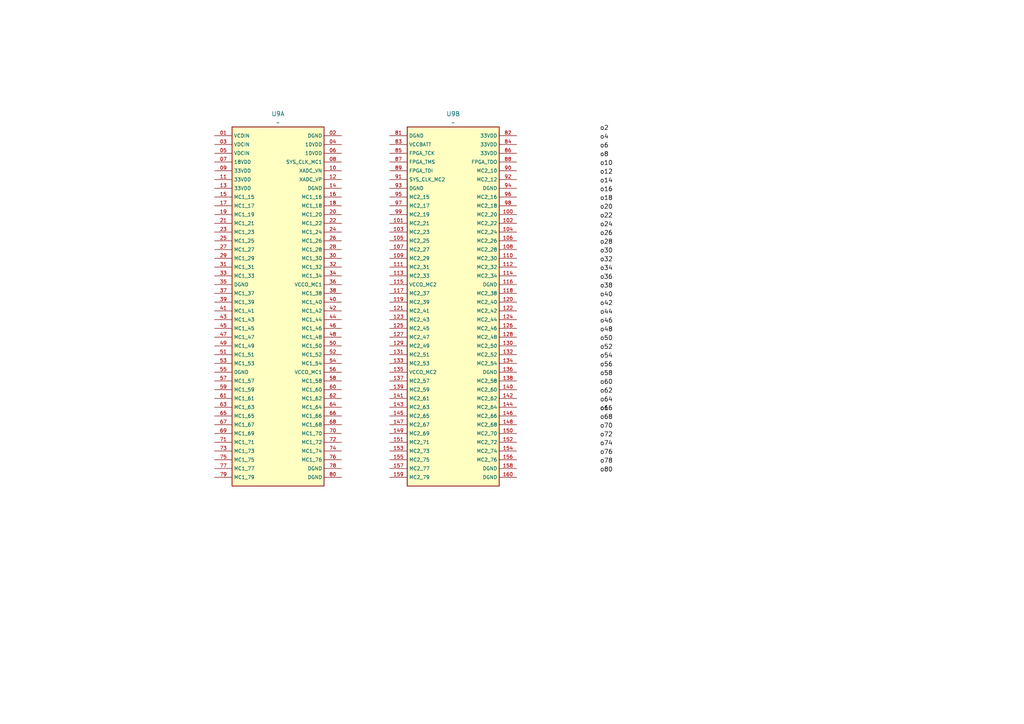
<source format=kicad_sch>
(kicad_sch (version 20231120) (generator "eeschema") (generator_version "8.0")
  (paper "A4")
  (lib_symbols
    (symbol "AVLSI:opal_kelly_XEM7310_header"
      (property "Reference" "U" (at -6.858 52.07 0))
      (symbol "opal_kelly_XEM7310_header_0_0"
        (rectangle (start -12.7 50.8) (end 13.97 -53.34) (stroke (width 0.254)) (fill (type background)))
      )
      (symbol "opal_kelly_XEM7310_header_1_0"
        (pin passive line (at -17.78 48.26 0) (length 5.08) (name "VCDIN") (number "01"))
        (pin passive line (at 19.05 48.26 180) (length 5.08) (name "DGND") (number "02"))
        (pin passive line (at -17.78 45.72 0) (length 5.08) (name "VDCIN") (number "03"))
        (pin passive line (at 19.05 45.72 180) (length 5.08) (name "10VDD") (number "04"))
        (pin passive line (at -17.78 43.18 0) (length 5.08) (name "VDCIN") (number "05"))
        (pin passive line (at 19.05 43.18 180) (length 5.08) (name "10VDD") (number "06"))
        (pin passive line (at -17.78 40.64 0) (length 5.08) (name "18VDD") (number "07"))
        (pin passive line (at 19.05 40.64 180) (length 5.08) (name "SYS_CLK_MC1") (number "08"))
        (pin passive line (at -17.78 38.1 0) (length 5.08) (name "33VDD") (number "09"))
        (pin passive line (at 19.05 38.1 180) (length 5.08) (name "XADC_VN") (number "10"))
        (pin passive line (at -17.78 35.56 0) (length 5.08) (name "33VDD") (number "11"))
        (pin passive line (at 19.05 35.56 180) (length 5.08) (name "XADC_VP") (number "12"))
        (pin passive line (at -17.78 33.02 0) (length 5.08) (name "33VDD") (number "13"))
        (pin passive line (at 19.05 33.02 180) (length 5.08) (name "DGND") (number "14"))
        (pin passive line (at -17.78 30.48 0) (length 5.08) (name "MC1_15") (number "15"))
        (pin passive line (at 19.05 30.48 180) (length 5.08) (name "MC1_16") (number "16"))
        (pin passive line (at -17.78 27.94 0) (length 5.08) (name "MC1_17") (number "17"))
        (pin passive line (at 19.05 27.94 180) (length 5.08) (name "MC1_18") (number "18"))
        (pin passive line (at -17.78 25.4 0) (length 5.08) (name "MC1_19") (number "19"))
        (pin passive line (at 19.05 25.4 180) (length 5.08) (name "MC1_20") (number "20"))
        (pin passive line (at -17.78 22.86 0) (length 5.08) (name "MC1_21") (number "21"))
        (pin passive line (at 19.05 22.86 180) (length 5.08) (name "MC1_22") (number "22"))
        (pin passive line (at -17.78 20.32 0) (length 5.08) (name "MC1_23") (number "23"))
        (pin passive line (at 19.05 20.32 180) (length 5.08) (name "MC1_24") (number "24"))
        (pin passive line (at -17.78 17.78 0) (length 5.08) (name "MC1_25") (number "25"))
        (pin passive line (at 19.05 17.78 180) (length 5.08) (name "MC1_26") (number "26"))
        (pin passive line (at -17.78 15.24 0) (length 5.08) (name "MC1_27") (number "27"))
        (pin passive line (at 19.05 15.24 180) (length 5.08) (name "MC1_28") (number "28"))
        (pin passive line (at -17.78 12.7 0) (length 5.08) (name "MC1_29") (number "29"))
        (pin passive line (at 19.05 12.7 180) (length 5.08) (name "MC1_30") (number "30"))
        (pin passive line (at -17.78 10.16 0) (length 5.08) (name "MC1_31") (number "31"))
        (pin passive line (at 19.05 10.16 180) (length 5.08) (name "MC1_32") (number "32"))
        (pin passive line (at -17.78 7.62 0) (length 5.08) (name "MC1_33") (number "33"))
        (pin passive line (at 19.05 7.62 180) (length 5.08) (name "MC1_34") (number "34"))
        (pin passive line (at -17.78 5.08 0) (length 5.08) (name "DGND") (number "35"))
        (pin passive line (at 19.05 5.08 180) (length 5.08) (name "VCCO_MC1") (number "36"))
        (pin passive line (at -17.78 2.54 0) (length 5.08) (name "MC1_37") (number "37"))
        (pin passive line (at 19.05 2.54 180) (length 5.08) (name "MC1_38") (number "38"))
        (pin passive line (at -17.78 0 0) (length 5.08) (name "MC1_39") (number "39"))
        (pin passive line (at 19.05 0 180) (length 5.08) (name "MC1_40") (number "40"))
        (pin passive line (at -17.78 -2.54 0) (length 5.08) (name "MC1_41") (number "41"))
        (pin passive line (at 19.05 -2.54 180) (length 5.08) (name "MC1_42") (number "42"))
        (pin passive line (at -17.78 -5.08 0) (length 5.08) (name "MC1_43") (number "43"))
        (pin passive line (at 19.05 -5.08 180) (length 5.08) (name "MC1_44") (number "44"))
        (pin passive line (at -17.78 -7.62 0) (length 5.08) (name "MC1_45") (number "45"))
        (pin passive line (at 19.05 -7.62 180) (length 5.08) (name "MC1_46") (number "46"))
        (pin passive line (at -17.78 -10.16 0) (length 5.08) (name "MC1_47") (number "47"))
        (pin passive line (at 19.05 -10.16 180) (length 5.08) (name "MC1_48") (number "48"))
        (pin passive line (at -17.78 -12.7 0) (length 5.08) (name "MC1_49") (number "49"))
        (pin passive line (at 19.05 -12.7 180) (length 5.08) (name "MC1_50") (number "50"))
        (pin passive line (at -17.78 -15.24 0) (length 5.08) (name "MC1_51") (number "51"))
        (pin passive line (at 19.05 -15.24 180) (length 5.08) (name "MC1_52") (number "52"))
        (pin passive line (at -17.78 -17.78 0) (length 5.08) (name "MC1_53") (number "53"))
        (pin passive line (at 19.05 -17.78 180) (length 5.08) (name "MC1_54") (number "54"))
        (pin passive line (at -17.78 -20.32 0) (length 5.08) (name "DGND") (number "55"))
        (pin passive line (at 19.05 -20.32 180) (length 5.08) (name "VCCO_MC1") (number "56"))
        (pin passive line (at -17.78 -22.86 0) (length 5.08) (name "MC1_57") (number "57"))
        (pin passive line (at 19.05 -22.86 180) (length 5.08) (name "MC1_58") (number "58"))
        (pin passive line (at -17.78 -25.4 0) (length 5.08) (name "MC1_59") (number "59"))
        (pin passive line (at 19.05 -25.4 180) (length 5.08) (name "MC1_60") (number "60"))
        (pin passive line (at -17.78 -27.94 0) (length 5.08) (name "MC1_61") (number "61"))
        (pin passive line (at 19.05 -27.94 180) (length 5.08) (name "MC1_62") (number "62"))
        (pin passive line (at -17.78 -30.48 0) (length 5.08) (name "MC1_63") (number "63"))
        (pin passive line (at 19.05 -30.48 180) (length 5.08) (name "MC1_64") (number "64"))
        (pin passive line (at -17.78 -33.02 0) (length 5.08) (name "MC1_65") (number "65"))
        (pin passive line (at 19.05 -33.02 180) (length 5.08) (name "MC1_66") (number "66"))
        (pin passive line (at -17.78 -35.56 0) (length 5.08) (name "MC1_67") (number "67"))
        (pin passive line (at 19.05 -35.56 180) (length 5.08) (name "MC1_68") (number "68"))
        (pin passive line (at -17.78 -38.1 0) (length 5.08) (name "MC1_69") (number "69"))
        (pin passive line (at 19.05 -38.1 180) (length 5.08) (name "MC1_70") (number "70"))
        (pin passive line (at -17.78 -40.64 0) (length 5.08) (name "MC1_71") (number "71"))
        (pin passive line (at 19.05 -40.64 180) (length 5.08) (name "MC1_72") (number "72"))
        (pin passive line (at -17.78 -43.18 0) (length 5.08) (name "MC1_73") (number "73"))
        (pin passive line (at 19.05 -43.18 180) (length 5.08) (name "MC1_74") (number "74"))
        (pin passive line (at -17.78 -45.72 0) (length 5.08) (name "MC1_75") (number "75"))
        (pin passive line (at 19.05 -45.72 180) (length 5.08) (name "MC1_76") (number "76"))
        (pin passive line (at -17.78 -48.26 0) (length 5.08) (name "MC1_77") (number "77"))
        (pin passive line (at 19.05 -48.26 180) (length 5.08) (name "DGND") (number "78"))
        (pin passive line (at -17.78 -50.8 0) (length 5.08) (name "MC1_79") (number "79"))
        (pin passive line (at 19.05 -50.8 180) (length 5.08) (name "DGND") (number "80"))
      )
      (symbol "opal_kelly_XEM7310_header_2_0"
        (pin passive line (at 19.05 25.4 180) (length 5.08) (name "MC2_20") (number "100"))
        (pin passive line (at -17.78 22.86 0) (length 5.08) (name "MC2_21") (number "101"))
        (pin passive line (at 19.05 22.86 180) (length 5.08) (name "MC2_22") (number "102"))
        (pin passive line (at -17.78 20.32 0) (length 5.08) (name "MC2_23") (number "103"))
        (pin passive line (at 19.05 20.32 180) (length 5.08) (name "MC2_24") (number "104"))
        (pin passive line (at -17.78 17.78 0) (length 5.08) (name "MC2_25") (number "105"))
        (pin passive line (at 19.05 17.78 180) (length 5.08) (name "MC2_26") (number "106"))
        (pin passive line (at -17.78 15.24 0) (length 5.08) (name "MC2_27") (number "107"))
        (pin passive line (at 19.05 15.24 180) (length 5.08) (name "MC2_28") (number "108"))
        (pin passive line (at -17.78 12.7 0) (length 5.08) (name "MC2_29") (number "109"))
        (pin passive line (at 19.05 12.7 180) (length 5.08) (name "MC2_30") (number "110"))
        (pin passive line (at -17.78 10.16 0) (length 5.08) (name "MC2_31") (number "111"))
        (pin passive line (at 19.05 10.16 180) (length 5.08) (name "MC2_32") (number "112"))
        (pin passive line (at -17.78 7.62 0) (length 5.08) (name "MC2_33") (number "113"))
        (pin passive line (at 19.05 7.62 180) (length 5.08) (name "MC2_34") (number "114"))
        (pin passive line (at -17.78 5.08 0) (length 5.08) (name "VCCO_MC2") (number "115"))
        (pin passive line (at 19.05 5.08 180) (length 5.08) (name "DGND") (number "116"))
        (pin passive line (at -17.78 2.54 0) (length 5.08) (name "MC2_37") (number "117"))
        (pin passive line (at 19.05 2.54 180) (length 5.08) (name "MC2_38") (number "118"))
        (pin passive line (at -17.78 0 0) (length 5.08) (name "MC2_39") (number "119"))
        (pin passive line (at 19.05 0 180) (length 5.08) (name "MC2_40") (number "120"))
        (pin passive line (at -17.78 -2.54 0) (length 5.08) (name "MC2_41") (number "121"))
        (pin passive line (at 19.05 -2.54 180) (length 5.08) (name "MC2_42") (number "122"))
        (pin passive line (at -17.78 -5.08 0) (length 5.08) (name "MC2_43") (number "123"))
        (pin passive line (at 19.05 -5.08 180) (length 5.08) (name "MC2_44") (number "124"))
        (pin passive line (at -17.78 -7.62 0) (length 5.08) (name "MC2_45") (number "125"))
        (pin passive line (at 19.05 -7.62 180) (length 5.08) (name "MC2_46") (number "126"))
        (pin passive line (at -17.78 -10.16 0) (length 5.08) (name "MC2_47") (number "127"))
        (pin passive line (at 19.05 -10.16 180) (length 5.08) (name "MC2_48") (number "128"))
        (pin passive line (at -17.78 -12.7 0) (length 5.08) (name "MC2_49") (number "129"))
        (pin passive line (at 19.05 -12.7 180) (length 5.08) (name "MC2_50") (number "130"))
        (pin passive line (at -17.78 -15.24 0) (length 5.08) (name "MC2_51") (number "131"))
        (pin passive line (at 19.05 -15.24 180) (length 5.08) (name "MC2_52") (number "132"))
        (pin passive line (at -17.78 -17.78 0) (length 5.08) (name "MC2_53") (number "133"))
        (pin passive line (at 19.05 -17.78 180) (length 5.08) (name "MC2_54") (number "134"))
        (pin passive line (at -17.78 -20.32 0) (length 5.08) (name "VCCO_MC2") (number "135"))
        (pin passive line (at 19.05 -20.32 180) (length 5.08) (name "DGND") (number "136"))
        (pin passive line (at -17.78 -22.86 0) (length 5.08) (name "MC2_57") (number "137"))
        (pin passive line (at 19.05 -22.86 180) (length 5.08) (name "MC2_58") (number "138"))
        (pin passive line (at -17.78 -25.4 0) (length 5.08) (name "MC2_59") (number "139"))
        (pin passive line (at 19.05 -25.4 180) (length 5.08) (name "MC2_60") (number "140"))
        (pin passive line (at -17.78 -27.94 0) (length 5.08) (name "MC2_61") (number "141"))
        (pin passive line (at 19.05 -27.94 180) (length 5.08) (name "MC2_62") (number "142"))
        (pin passive line (at -17.78 -30.48 0) (length 5.08) (name "MC2_63") (number "143"))
        (pin passive line (at 19.05 -30.48 180) (length 5.08) (name "MC2_64") (number "144"))
        (pin passive line (at -17.78 -33.02 0) (length 5.08) (name "MC2_65") (number "145"))
        (pin passive line (at 19.05 -33.02 180) (length 5.08) (name "MC2_66") (number "146"))
        (pin passive line (at -17.78 -35.56 0) (length 5.08) (name "MC2_67") (number "147"))
        (pin passive line (at 19.05 -35.56 180) (length 5.08) (name "MC2_68") (number "148"))
        (pin passive line (at -17.78 -38.1 0) (length 5.08) (name "MC2_69") (number "149"))
        (pin passive line (at 19.05 -38.1 180) (length 5.08) (name "MC2_70") (number "150"))
        (pin passive line (at -17.78 -40.64 0) (length 5.08) (name "MC2_71") (number "151"))
        (pin passive line (at 19.05 -40.64 180) (length 5.08) (name "MC2_72") (number "152"))
        (pin passive line (at -17.78 -43.18 0) (length 5.08) (name "MC2_73") (number "153"))
        (pin passive line (at 19.05 -43.18 180) (length 5.08) (name "MC2_74") (number "154"))
        (pin passive line (at -17.78 -45.72 0) (length 5.08) (name "MC2_75") (number "155"))
        (pin passive line (at 19.05 -45.72 180) (length 5.08) (name "MC2_76") (number "156"))
        (pin passive line (at -17.78 -48.26 0) (length 5.08) (name "MC2_77") (number "157"))
        (pin passive line (at 19.05 -48.26 180) (length 5.08) (name "DGND") (number "158"))
        (pin passive line (at -17.78 -50.8 0) (length 5.08) (name "MC2_79") (number "159"))
        (pin passive line (at 19.05 -50.8 180) (length 5.08) (name "DGND") (number "160"))
        (pin passive line (at -17.78 48.26 0) (length 5.08) (name "DGND") (number "81"))
        (pin passive line (at 19.05 48.26 180) (length 5.08) (name "33VDD") (number "82"))
        (pin passive line (at -17.78 45.72 0) (length 5.08) (name "VCCBATT") (number "83"))
        (pin passive line (at 19.05 45.72 180) (length 5.08) (name "33VDD") (number "84"))
        (pin passive line (at -17.78 43.18 0) (length 5.08) (name "FPGA_TCK") (number "85"))
        (pin passive line (at 19.05 43.18 180) (length 5.08) (name "33VDD") (number "86"))
        (pin passive line (at -17.78 40.64 0) (length 5.08) (name "FPGA_TMS") (number "87"))
        (pin passive line (at 19.05 40.64 180) (length 5.08) (name "FPGA_TDO") (number "88"))
        (pin passive line (at -17.78 38.1 0) (length 5.08) (name "FPGA_TDI") (number "89"))
        (pin passive line (at 19.05 38.1 180) (length 5.08) (name "MC2_10") (number "90"))
        (pin passive line (at -17.78 35.56 0) (length 5.08) (name "SYS_CLK_MC2") (number "91"))
        (pin passive line (at 19.05 35.56 180) (length 5.08) (name "MC2_12") (number "92"))
        (pin passive line (at -17.78 33.02 0) (length 5.08) (name "DGND") (number "93"))
        (pin passive line (at 19.05 33.02 180) (length 5.08) (name "DGND") (number "94"))
        (pin passive line (at -17.78 30.48 0) (length 5.08) (name "MC2_15") (number "95"))
        (pin passive line (at 19.05 30.48 180) (length 5.08) (name "MC2_16") (number "96"))
        (pin passive line (at -17.78 27.94 0) (length 5.08) (name "MC2_17") (number "97"))
        (pin passive line (at 19.05 27.94 180) (length 5.08) (name "MC2_18") (number "98"))
        (pin passive line (at -17.78 25.4 0) (length 5.08) (name "MC2_19") (number "99"))
      )
    )
  )
  (label "o24" (at 173.99 66.04 0))
  (label "o46" (at 173.99 93.98 0))
  (label "o20" (at 173.99 60.96 0))
  (label "o18" (at 173.99 58.42 0))
  (label "o42" (at 173.99 88.9 0))
  (label "o66" (at 173.99 119.38 0))
  (label "o32" (at 173.99 76.2 0))
  (label "o6" (at 173.99 43.18 0))
  (label "o58" (at 173.99 109.22 0))
  (label "o10" (at 173.99 48.26 0))
  (label "o68" (at 173.99 121.92 0))
  (label "o1" (at 173.99 119.38 0))
  (label "o50" (at 173.99 99.06 0))
  (label "o14" (at 173.99 53.34 0))
  (label "o22" (at 173.99 63.5 0))
  (label "o26" (at 173.99 68.58 0))
  (label "o8" (at 173.99 45.72 0))
  (label "o38" (at 173.99 83.82 0))
  (label "o60" (at 173.99 111.76 0))
  (label "o4" (at 173.99 40.64 0))
  (label "o74" (at 173.99 129.54 0))
  (label "o64" (at 173.99 116.84 0))
  (label "o72" (at 173.99 127 0))
  (label "o80" (at 173.99 137.16 0))
  (label "o76" (at 173.99 132.08 0))
  (label "o54" (at 173.99 104.14 0))
  (label "o40" (at 173.99 86.36 0))
  (label "o2" (at 173.99 38.1 0))
  (label "o78" (at 173.99 134.62 0))
  (label "o36" (at 173.99 81.28 0))
  (label "o16" (at 173.99 55.88 0))
  (label "o56" (at 173.99 106.68 0))
  (label "o62" (at 173.99 114.3 0))
  (label "o34" (at 173.99 78.74 0))
  (label "o52" (at 173.99 101.6 0))
  (label "o44" (at 173.99 91.44 0))
  (label "o28" (at 173.99 71.12 0))
  (label "o30" (at 173.99 73.66 0))
  (label "o12" (at 173.99 50.8 0))
  (label "o70" (at 173.99 124.46 0))
  (label "o48" (at 173.99 96.52 0))
  (symbol (lib_id "AVLSI:opal_kelly_XEM7310_header") (at 130.81 87.63 0) (unit 2)
    (property "Reference" "U9" (at 131.445 33.02 0))
    (property "Value" "~" (at 131.445 35.56 0))
    (property "Footprint" "avlsi:opal_kelly_XEM7310_header" (effects (hide yes)))
  )
  (symbol (lib_id "AVLSI:opal_kelly_XEM7310_header") (at 80.01 87.63 0) (unit 1)
    (property "Reference" "U9" (at 80.645 33.02 0))
    (property "Value" "~" (at 80.645 35.56 0))
    (property "Footprint" "avlsi:opal_kelly_XEM7310_header" (effects (hide yes)))
  )
)
</source>
